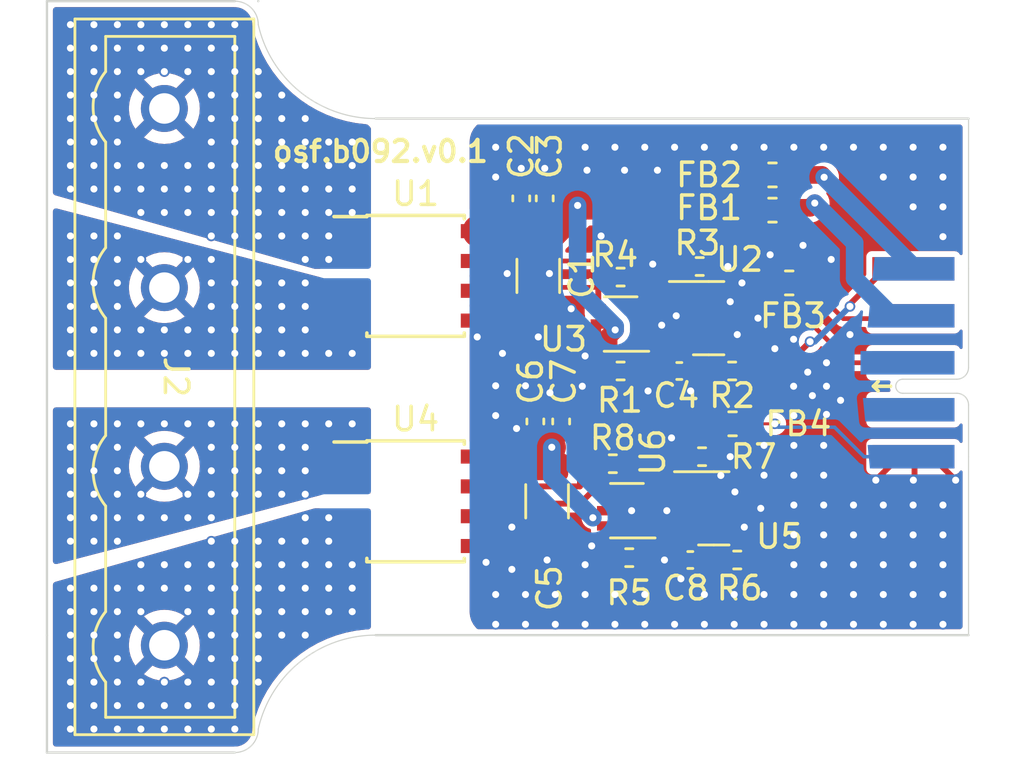
<source format=kicad_pcb>
(kicad_pcb (version 20211014) (generator pcbnew)
  (layers (0 "F.Cu" signal) (31 "B.Cu" signal) (34 "B.Paste" user) (35 "F.Paste" user) (36 "B.SilkS" user "B.Silkscreen") (37 "F.SilkS" user "F.Silkscreen") (38 "B.Mask" user) (39 "F.Mask" user) (44 "Edge.Cuts" user))
  (net 0 "")
  (net 1 "VDDA")
  (net 2 "GND")
  (net 3 "Net-(C4-Pad1)")
  (net 4 "Net-(FB1-Pad2)")
  (net 5 "Net-(FB2-Pad2)")
  (net 6 "/tms1100/vref_amp/VREF_OUT")
  (net 7 "Net-(C8-Pad1)")
  (net 8 "/VREF")
  (net 9 "/tms1101/vref_amp/VREF_OUT")
  (net 10 "/VOUT1")
  (net 11 "/VOUT2")
  (net 12 "/tms1100/vref_amp/ADJ")
  (net 13 "Net-(R4-Pad1)")
  (net 14 "/in+1")
  (net 15 "/in-1")
  (net 16 "/tms1101/vref_amp/ADJ")
  (net 17 "Net-(R8-Pad1)")
  (net 18 "/in+2")
  (net 19 "/in-2")
  (net 20 "/VREF2")
  (footprint "Package_TO_SOT_SMD:SOT-23" (layer "F.Cu") (at 156.4 92.6)
    (fp_text reference "U5")
    (fp_text value "LM4041-N")
  )
  (footprint "Inductor_SMD:L_0603_1608Metric" (layer "F.Cu") (at 158.9 78.4)
    (fp_text reference "FB2")
    (fp_text value "DNP/200")
  )
  (footprint "Resistor_SMD:R_0402_1005Metric" (layer "F.Cu") (at 152.43125 86.75)
    (fp_text reference "R1")
    (fp_text value "1k")
  )
  (footprint "AI-footprints:SOIC-8_5.4" (layer "F.Cu") (at 143.7 92.3)
    (fp_text reference "U4")
    (fp_text value "TMCS1100")
  )
  (footprint "Package_TO_SOT_SMD:SOT-363_SC-70-6" (layer "F.Cu") (at 152.7 92.7 180)
    (fp_text reference "U6")
    (fp_text value "LMV601")
  )
  (footprint "on_edge:on_edge_2x05_device" (layer "F.Cu") (at 167.25 86.4 90)
    (fp_text reference "J1")
    (fp_text value "007_ADC")
    (fp_line (start -4 0) (end -1.8 0) (layer "Edge.Cuts") (width 0.05))
    (fp_line (start -0.7 -0.5) (end -0.7 -2.8) (layer "Edge.Cuts") (width 0.05))
    (fp_line (start -0.2 0) (end 4 0) (layer "Edge.Cuts") (width 0.05))
    (fp_line (start -1.3 -2.8) (end -1.3 -0.5) (layer "Edge.Cuts") (width 0.05))
    (fp_arc (start -1.3 -2.8) (mid -1 -3.1) (end -0.7 -2.8) (layer "Edge.Cuts") (width 0.05))
    (fp_arc (start -0.2 0) (mid -0.553553 -0.146447) (end -0.7 -0.5) (layer "Edge.Cuts") (width 0.05))
    (fp_arc (start -1.3 -0.5) (mid -1.446447 -0.146447) (end -1.8 0) (layer "Edge.Cuts") (width 0.05))
  )
  (footprint "Resistor_SMD:R_0402_1005Metric" (layer "F.Cu") (at 152.43125 82.75 180)
    (fp_text reference "R4")
    (fp_text value "4.7k")
  )
  (footprint "AI-footprints:SOIC-8_5.4" (layer "F.Cu") (at 143.7 82.7)
    (fp_text reference "U1")
    (fp_text value "TMCS1100")
  )
  (footprint "Resistor_SMD:R_0402_1005Metric" (layer "F.Cu") (at 155.9 90.4)
    (fp_text reference "R7")
    (fp_text value "1k")
  )
  (footprint "Capacitor_SMD:C_0402_1005Metric" (layer "F.Cu") (at 148.8 88.9 90)
    (fp_text reference "C6")
    (fp_text value "100nF")
  )
  (footprint "Resistor_SMD:R_0402_1005Metric" (layer "F.Cu") (at 152.8 94.7)
    (fp_text reference "R5")
    (fp_text value "1k")
  )
  (footprint "jabtech_footprints:GMSTBVA_2.5_4-G-7.62" (layer "F.Cu") (at 133 87 -90)
    (fp_text reference "J2")
    (fp_text value "GMSTBVA_2.5_4-G-7.62")
  )
  (footprint "Package_TO_SOT_SMD:SOT-363_SC-70-6" (layer "F.Cu") (at 152.43125 84.75 180)
    (fp_text reference "U3")
    (fp_text value "LMV601")
  )
  (footprint "Capacitor_SMD:C_1206_3216Metric" (layer "F.Cu") (at 149.3 92.3 -90)
    (fp_text reference "C5")
    (fp_text value "10uF")
  )
  (footprint "Capacitor_SMD:C_0402_1005Metric" (layer "F.Cu") (at 149.9 88.9 90)
    (fp_text reference "C7")
    (fp_text value "100nF")
  )
  (footprint "Resistor_SMD:R_0402_1005Metric" (layer "F.Cu") (at 152.1 90.7 180)
    (fp_text reference "R8")
    (fp_text value "4.7k")
  )
  (footprint "Capacitor_SMD:C_0402_1005Metric" (layer "F.Cu") (at 155.4 94.8 180)
    (fp_text reference "C8")
    (fp_text value "100nF")
  )
  (footprint "Capacitor_SMD:C_0402_1005Metric" (layer "F.Cu") (at 148.2 79.4 90)
    (fp_text reference "C2")
    (fp_text value "100nF")
  )
  (footprint "Resistor_SMD:R_0402_1005Metric" (layer "F.Cu") (at 157.18125 86.75)
    (fp_text reference "R2")
    (fp_text value "1M")
  )
  (footprint "Resistor_SMD:R_0402_1005Metric" (layer "F.Cu") (at 155.8 82.3)
    (fp_text reference "R3")
    (fp_text value "1k")
  )
  (footprint "Capacitor_SMD:C_0402_1005Metric" (layer "F.Cu") (at 154.93125 86.75)
    (fp_text reference "C4")
    (fp_text value "100nF")
  )
  (footprint "Capacitor_SMD:C_0402_1005Metric" (layer "F.Cu") (at 149.2 79.4 90)
    (fp_text reference "C3")
    (fp_text value "100nF")
  )
  (footprint "Inductor_SMD:L_0603_1608Metric" (layer "F.Cu") (at 158.9 79.9)
    (fp_text reference "FB1")
    (fp_text value "200R")
  )
  (footprint "Resistor_SMD:R_0402_1005Metric" (layer "F.Cu") (at 157.4 94.8)
    (fp_text reference "R6")
    (fp_text value "1M")
  )
  (footprint "Inductor_SMD:L_0603_1608Metric" (layer "F.Cu") (at 157.2 89)
    (fp_text reference "FB4")
    (fp_text value "DNP/200")
  )
  (footprint "Inductor_SMD:L_0603_1608Metric" (layer "F.Cu") (at 159.6125 83)
    (fp_text reference "FB3")
    (fp_text value "DNP/200")
  )
  (footprint "Capacitor_SMD:C_1206_3216Metric" (layer "F.Cu") (at 148.925 82.7 -90)
    (fp_text reference "C1")
    (fp_text value "10uF")
  )
  (footprint "Package_TO_SOT_SMD:SOT-23" (layer "F.Cu") (at 156.18125 84.5)
    (fp_text reference "U2")
    (fp_text value "LM4041-N")
  )
  (gr_line (start 128 98) (end 128 71) (layer "Edge.Cuts") (width 0.1))
  (gr_line (start 136 103) (end 128 103) (layer "Edge.Cuts") (width 0.1))
  (gr_arc (start 137 102) (mid 136.707107 102.707107) (end 136 103) (layer "Edge.Cuts") (width 0.05))
  (gr_line (start 128 103) (end 128 98) (layer "Edge.Cuts") (width 0.1))
  (gr_arc (start 137 102) (mid 138.798438 99.123047) (end 142 98) (layer "Edge.Cuts") (width 0.05))
  (gr_line (start 137 71) (end 137 71) (layer "Edge.Cuts") (width 0.1))
  (gr_line (start 128 71) (end 136 71) (layer "Edge.Cuts") (width 0.1))
  (gr_arc (start 142 76) (mid 138.798438 74.876953) (end 137 72) (layer "Edge.Cuts") (width 0.05))
  (gr_line (start 167.25 98) (end 142 98) (layer "Edge.Cuts") (width 0.1))
  (gr_line (start 167.25 90.4) (end 167.25 98) (layer "Edge.Cuts") (width 0.05))
  (gr_line (start 142 76) (end 167.25 76) (layer "Edge.Cuts") (width 0.1))
  (gr_arc (start 136 71) (mid 136.707107 71.292893) (end 137 72) (layer "Edge.Cuts") (width 0.05))
  (gr_line (start 167.25 76) (end 167.25 82.4) (layer "Edge.Cuts") (width 0.05))
  (gr_text "osf.b092.v0.1" (at 142.2 77.4) (layer "F.SilkS") (effects (font (size 0.9 0.9) (thickness 0.18))))
  (segment (start 149.2 79.88) (end 149.2 80.95) (width 0.127) (layer "F.Cu") (net 1))
  (segment (start 149.105 90.395) (end 149.5 90) (width 1.2) (layer "F.Cu") (net 1))
  (segment (start 150.7 79.6) (end 150.6 79.7) (width 1.4) (layer "F.Cu") (net 1))
  (segment (start 151.6 93.35) (end 151.75 93.35) (width 0.25) (layer "F.Cu") (net 1))
  (segment (start 151.55 92.7) (end 151.25 93) (width 0.25) (layer "F.Cu") (net 1))
  (segment (start 148.44 80.12) (end 148.2 79.88) (width 0.25) (layer "F.Cu") (net 1))
  (segment (start 146.4 80.795) (end 148.495 80.795) (width 0.25) (layer "F.Cu") (net 1))
  (segment (start 149.5 90) (end 149.4 89.9) (width 1.2) (layer "F.Cu") (net 1))
  (segment (start 151.92125 86.75) (end 151.92125 85.27875) (width 0.75) (layer "F.Cu") (net 1))
  (segment (start 152.2 85) (end 151.8 85.4) (width 0.25) (layer "F.Cu") (net 1))
  (segment (start 151.92125 87.87875) (end 150.42 89.38) (width 0.75) (layer "F.Cu") (net 1))
  (segment (start 148.2 79.88) (end 148.2 80.5) (width 0.25) (layer "F.Cu") (net 1))
  (segment (start 149.505 80.795) (end 146.4 80.795) (width 1.4) (layer "F.Cu") (net 1))
  (segment (start 158.1125 78.4) (end 158.1125 79.1875) (width 0.75) (layer "F.Cu") (net 1))
  (segment (start 151.92125 86.75) (end 151.92125 87.87875) (width 0.75) (layer "F.Cu") (net 1))
  (segment (start 149.2 80.95) (end 148.925 81.225) (width 0.127) (layer "F.Cu") (net 1))
  (segment (start 151.95 84.75) (end 152.2 85) (width 0.25) (layer "F.Cu") (net 1))
  (segment (start 158.1125 79.9) (end 158.1125 78.4) (width 0.127) (layer "F.Cu") (net 1))
  (segment (start 151.48125 85.4) (end 151.48125 84.75) (width 0.25) (layer "F.Cu") (net 1))
  (segment (start 151.48125 84.75) (end 151.95 84.75) (width 0.25) (layer "F.Cu") (net 1))
  (segment (start 152.29 93.89) (end 151.75 93.35) (width 0.25) (layer "F.Cu") (net 1))
  (segment (start 152.29 94.7) (end 152.29 93.89) (width 0.25) (layer "F.Cu") (net 1))
  (segment (start 151.75 92.7) (end 151.55 92.7) (width 0.25) (layer "F.Cu") (net 1))
  (segment (start 151.8 85.4) (end 151.48125 85.4) (width 0.25) (layer "F.Cu") (net 1))
  (segment (start 157.7 79.6) (end 150.7 79.6) (width 1.4) (layer "F.Cu") (net 1))
  (segment (start 149.4 89.9) (end 149.4 89.6) (width 1.2) (layer "F.Cu") (net 1))
  (segment (start 150.42 89.38) (end 149.9 89.38) (width 0.75) (layer "F.Cu") (net 1))
  (segment (start 158.1125 79.1875) (end 157.7 79.6) (width 0.75) (layer "F.Cu") (net 1))
  (segment (start 148.2 80.5) (end 148.925 81.225) (width 0.25) (layer "F.Cu") (net 1))
  (segment (start 151.92125 85.27875) (end 152.2 85) (width 0.75) (layer "F.Cu") (net 1))
  (segment (start 151.25 93) (end 151.6 93.35) (width 0.25) (layer "F.Cu") (net 1))
  (segment (start 150.6 79.7) (end 149.505 80.795) (width 1.4) (layer "F.Cu") (net 1))
  (segment (start 146.7 90.395) (end 149.105 90.395) (width 1.2) (layer "F.Cu") (net 1))
  (segment (start 148.495 80.795) (end 148.925 81.225) (width 0.25) (layer "F.Cu") (net 1))
  (via (at 150.6 79.7) (size 0.45) (drill 0.3) (layers "F.Cu" "B.Cu") (net 1))
  (via (at 152.2 85) (size 0.45) (drill 0.3) (layers "F.Cu" "B.Cu") (net 1))
  (via (at 149.5 90) (size 0.45) (drill 0.3) (layers "F.Cu" "B.Cu") (net 1))
  (via (at 151.25 93) (size 0.45) (drill 0.3) (layers "F.Cu" "B.Cu") (net 1))
  (segment (start 152.2 84.8507) (end 152.2 85) (width 0.75) (layer "B.Cu") (net 1))
  (segment (start 150.6 79.7) (end 150.6 83.2507) (width 0.75) (layer "B.Cu") (net 1))
  (segment (start 150.6 83.2507) (end 152.2 84.8507) (width 0.75) (layer "B.Cu") (net 1))
  (segment (start 149.5 91.25) (end 151.25 93) (width 0.75) (layer "B.Cu") (net 1))
  (segment (start 149.5 90) (end 149.5 91.25) (width 0.75) (layer "B.Cu") (net 1))
  (segment (start 157.3375 93.0375) (end 157.7 93.4) (width 0.25) (layer "F.Cu") (net 2))
  (segment (start 164.95 91.35) (end 164.9 91.4) (width 0.25) (layer "F.Cu") (net 2))
  (segment (start 153.43125 84.8) (end 153.38125 84.75) (width 0.2) (layer "F.Cu") (net 2))
  (segment (start 148.495 84.605) (end 148.925 84.175) (width 0.75) (layer "F.Cu") (net 2))
  (segment (start 164.3 90.4) (end 163.3 91.4) (width 0.25) (layer "F.Cu") (net 2))
  (segment (start 148.925 84.175) (end 148.925 85.3) (width 0.2) (layer "F.Cu") (net 2))
  (segment (start 149.42 88.42) (end 149.9 88.42) (width 0.75) (layer "F.Cu") (net 2))
  (segment (start 157.3375 92.6) (end 157.3375 91.9375) (width 0.25) (layer "F.Cu") (net 2))
  (segment (start 157.11875 83.81875) (end 157.1 83.8) (width 0.2) (layer "F.Cu") (net 2))
  (segment (start 164.95 90.4) (end 164.95 91.35) (width 0.25) (layer "F.Cu") (net 2))
  (segment (start 150.25 84.175) (end 150.325 84.1) (width 0.2) (layer "F.Cu") (net 2))
  (segment (start 149.5 87.6) (end 149.42 87.68) (width 0.75) (layer "F.Cu") (net 2))
  (segment (start 157.11875 84.5) (end 157.11875 84.91875) (width 0.2) (layer "F.Cu") (net 2))
  (segment (start 156.41 90.4) (end 157.1 90.4) (width 0.25) (layer "F.Cu") (net 2))
  (segment (start 156.41 90.4) (end 156.41 90.91) (width 0.25) (layer "F.Cu") (net 2))
  (segment (start 146.7 94.205) (end 146.7 94.9) (width 0.25) (layer "F.Cu") (net 2))
  (segment (start 154.92 94.8) (end 154.3 94.8) (width 0.25) (layer "F.Cu") (net 2))
  (segment (start 157.3375 91.9375) (end 157.3 91.9) (width 0.25) (layer "F.Cu") (net 2))
  (segment (start 149.3 93.775) (end 149.3 94.8) (width 0.25) (layer "F.Cu") (net 2))
  (segment (start 146.325 84.68) (end 146.4 84.605) (width 0.2) (layer "F.Cu") (net 2))
  (segment (start 157.3375 92.6) (end 158.4 92.6) (width 0.25) (layer "F.Cu") (net 2))
  (segment (start 146.325 85.3) (end 146.325 84.68) (width 0.2) (layer "F.Cu") (net 2))
  (segment (start 149.2 78.12) (end 149.2 78.92) (width 0.25) (layer "F.Cu") (net 2))
  (segment (start 157.3375 92.6) (end 157.3375 93.0375) (width 0.25) (layer "F.Cu") (net 2))
  (segment (start 157 82.3) (end 156.31 82.3) (width 0.25) (layer "F.Cu") (net 2))
  (segment (start 149.42 87.68) (end 149.42 88.42) (width 0.75) (layer "F.Cu") (net 2))
  (segment (start 153.65 92.7) (end 154.4 92.7) (width 0.25) (layer "F.Cu") (net 2))
  (segment (start 154.18125 84.8) (end 153.43125 84.8) (width 0.2) (layer "F.Cu") (net 2))
  (segment (start 148.8 88.42) (end 149.42 88.42) (width 0.75) (layer "F.Cu") (net 2))
  (segment (start 165.7 90.4) (end 166.7 91.4) (width 0.25) (layer "F.Cu") (net 2))
  (segment (start 156.41 90.91) (end 156.7 91.2) (width 0.25) (layer "F.Cu") (net 2))
  (segment (start 146.4 84.605) (end 148.495 84.605) (width 0.75) (layer "F.Cu") (net 2))
  (segment (start 148.925 84.175) (end 150.25 84.175) (width 0.2) (layer "F.Cu") (net 2))
  (segment (start 155.41125 86.691751) (end 155.41125 87.6) (width 0.25) (layer "F.Cu") (net 2))
  (segment (start 153.65 92.7) (end 152.9 92.7) (width 0.25) (layer "F.Cu") (net 2))
  (segment (start 157.11875 84.5) (end 157.11875 83.81875) (width 0.2) (layer "F.Cu") (net 2))
  (segment (start 164.95 90.4) (end 165.7 90.4) (width 0.25) (layer "F.Cu") (net 2))
  (segment (start 158.28125 84.5) (end 157.11875 84.5) (width 0.2) (layer "F.Cu") (net 2))
  (segment (start 157.11875 84.91875) (end 157.4 85.2) (width 0.2) (layer "F.Cu") (net 2))
  (segment (start 149.3 93.775) (end 148.87 94.205) (width 0.25) (layer "F.Cu") (net 2))
  (segment (start 164.95 90.4) (end 164.3 90.4) (width 0.25) (layer "F.Cu") (net 2))
  (segment (start 148.87 94.205) (end 146.7 94.205) (width 0.25) (layer "F.Cu") (net 2))
  (segment (start 148.2 78.92) (end 148.2 78.12) (width 0.25) (layer "F.Cu") (net 2))
  (segment (start 154.92 94.8) (end 154.92 95.52) (width 0.25) (layer "F.Cu") (net 2))
  (segment (start 154.92 95.52) (end 155 95.6) (width 0.25) (layer "F.Cu") (net 2))
  (via (at 147.4 86) (size 0.45) (drill 0.3) (layers "F.Cu" "B.Cu") (net 2))
  (via (at 147.11 87.38) (size 0.45) (drill 0.3) (layers "F.Cu" "B.Cu") (net 2))
  (via (at 159.8 85.4) (size 0.45) (drill 0.3) (layers "F.Cu" "B.Cu") (net 2))
  (via (at 152.6 78.2) (size 0.45) (drill 0.3) (layers "F.Cu" "B.Cu") (net 2))
  (via (at 158.54 91.19) (size 0.45) (drill 0.3) (layers "F.Cu" "B.Cu") (net 2))
  (via (at 147.11 88.65) (size 0.45) (drill 0.3) (layers "F.Cu" "B.Cu") (net 2))
  (via (at 157 82.3) (size 0.45) (drill 0.3) (layers "F.Cu" "B.Cu") (net 2))
  (via (at 157.7 93.4) (size 0.45) (drill 0.3) (layers "F.Cu" "B.Cu") (net 2))
  (via (at 159.81 88.65) (size 0.45) (drill 0.3) (layers "F.Cu" "B.Cu") (net 2))
  (via (at 154.3 94.8) (size 0.45) (drill 0.3) (layers "F.Cu" "B.Cu") (net 2))
  (via (at 147.11 96.27) (size 0.45) (drill 0.3) (layers "F.Cu" "B.Cu") (net 2))
  (via (at 164.89 96.27) (size 0.45) (drill 0.3) (layers "F.Cu" "B.Cu") (net 2))
  (via (at 166.16 93.73) (size 0.45) (drill 0.3) (layers "F.Cu" "B.Cu") (net 2))
  (via (at 158.54 77.22) (size 0.45) (drill 0.3) (layers "F.Cu" "B.Cu") (net 2))
  (via (at 147.8 95.2) (size 0.45) (drill 0.3) (layers "F.Cu" "B.Cu") (net 2))
  (via (at 150.92 86.11) (size 0.45) (drill 0.3) (layers "F.Cu" "B.Cu") (net 2))
  (via (at 158.54 97.54) (size 0.45) (drill 0.3) (layers "F.Cu" "B.Cu") (net 2))
  (via (at 155 95.6) (size 0.45) (drill 0.3) (layers "F.Cu" "B.Cu") (net 2))
  (via (at 159.81 95) (size 0.45) (drill 0.3) (layers "F.Cu" "B.Cu") (net 2))
  (via (at 161.08 89.92) (size 0.45) (drill 0.3) (layers "F.Cu" "B.Cu") (net 2))
  (via (at 149.4 82.6) (size 0.45) (drill 0.3) (layers "F.Cu" "B.Cu") (net 2))
  (via (at 166.16 78.49) (size 0.45) (drill 0.3) (layers "F.Cu" "B.Cu") (net 2))
  (via (at 157.1 90.4) (size 0.45) (drill 0.3) (layers "F.Cu" "B.Cu") (net 2))
  (via (at 160.6 87.8) (size 0.45) (drill 0.3) (layers "F.Cu" "B.Cu") (net 2))
  (via (at 161.2 87.4) (size 0.45) (drill 0.3) (layers "F.Cu" "B.Cu") (net 2))
  (via (at 158.54 96.27) (size 0.45) (drill 0.3) (layers "F.Cu" "B.Cu") (net 2))
  (via (at 157.4 85.2) (size 0.45) (drill 0.3) (layers "F.Cu" "B.Cu") (net 2))
  (via (at 159.8 87.4) (size 0.45) (drill 0.3) (layers "F.Cu" "B.Cu") (net 2))
  (via (at 148 89.2) (size 0.45) (drill 0.3) (layers "F.Cu" "B.Cu") (net 2))
  (via (at 158.8 81.8) (size 0.45) (drill 0.3) (layers "F.Cu" "B.Cu") (net 2))
  (via (at 156 96.27) (size 0.45) (drill 0.3) (layers "F.Cu" "B.Cu") (net 2))
  (via (at 166.16 81.03) (size 0.45) (drill 0.3) (layers "F.Cu" "B.Cu") (net 2))
  (via (at 163.62 77.22) (size 0.45) (drill 0.3) (layers "F.Cu" "B.Cu") (net 2))
  (via (at 166.16 92.46) (size 0.45) (drill 0.3) (layers "F.Cu" "B.Cu") (net 2))
  (via (at 159.81 96.27) (size 0.45) (drill 0.3) (layers "F.Cu" "B.Cu") (net 2))
  (via (at 147.11 97.54) (size 0.45) (drill 0.3) (layers "F.Cu" "B.Cu") (net 2))
  (via (at 166.16 95) (size 0.45) (drill 0.3) (layers "F.Cu" "B.Cu") (net 2))
  (via (at 153.8 82.2) (size 0.45) (drill 0.3) (layers "F.Cu" "B.Cu") (net 2))
  (via (at 152.19 96.27) (size 0.45) (drill 0.3) (layers "F.Cu" "B.Cu") (net 2))
  (via (at 149.65 97.54) (size 0.45) (drill 0.3) (layers "F.Cu" "B.Cu") (net 2))
  (via (at 154.73 97.54) (size 0.45) (drill 0.3) (layers "F.Cu" "B.Cu") (net 2))
  (via (at 151.2 94.2) (size 0.45) (drill 0.3) (layers "F.Cu" "B.Cu") (net 2))
  (via (at 164.89 78.49) (size 0.45) (drill 0.3) (layers "F.Cu" "B.Cu") (net 2))
  (via (at 157.1 83.8) (size 0.45) (drill 0.3) (layers "F.Cu" "B.Cu") (net 2))
  (via (at 150.325 84.1) (size 0.45) (drill 0.3) (layers "F.Cu" "B.Cu") (net 2))
  (via (at 159.81 92.46) (size 0.45) (drill 0.3) (layers "F.Cu" "B.Cu") (net 2))
  (via (at 157.27 96.27) (size 0.45) (drill 0.3) (layers "F.Cu" "B.Cu") (net 2))
  (via (at 147.6 82.6) (size 0.45) (drill 0.3) (layers "F.Cu" "B.Cu") (net 2))
  (via (at 158.54 89.92) (size 0.45) (drill 0.3) (layers "F.Cu" "B.Cu") (net 2))
  (via (at 161.08 77.22) (size 0.45) (drill 0.3) (layers "F.Cu" "B.Cu") (net 2))
  (via (at 162.35 77.22) (size 0.45) (drill 0.3) (layers "F.Cu" "B.Cu") (net 2))
  (via (at 161.8 88) (size 0.45) (drill 0.3) (layers "F.Cu" "B.Cu") (net 2))
  (via (at 160.2 81.4) (size 0.45) (drill 0.3) (layers "F.Cu" "B.Cu") (net 2))
  (via (at 159.81 97.54) (size 0.45) (drill 0.3) (layers "F.Cu" "B.Cu") (net 2))
  (via (at 153.6 87.6) (size 0.45) (drill 0.3) (layers "F.Cu" "B.Cu") (net 2))
  (via (at 164.89 93.73) (size 0.45) (drill 0.3) (layers "F.Cu" "B.Cu") (net 2))
  (via (at 148.38 87.38) (size 0.45) (drill 0.3) (layers "F.Cu" "B.Cu") (net 2))
  (via (at 161.2 86.4) (size 0.45) (drill 0.3) (layers "F.Cu" "B.Cu") (net 2))
  (via (at 151.6 81) (size 0.45) (drill 0.3) (layers "F.Cu" "B.Cu") (net 2))
  (via (at 156 97.54) (size 0.45) (drill 0.3) (layers "F.Cu" "B.Cu") (net 2))
  (via (at 149.2 78.12) (size 0.45) (drill 0.3) (layers "F.Cu" "B.Cu") (net 2))
  (via (at 147.11 77.22) (size 0.45) (drill 0.3) (layers "F.Cu" "B.Cu") (net 2))
  (via (at 164.89 97.54) (size 0.45) (drill 0.3) (layers "F.Cu" "B.Cu") (net 2))
  (via (at 159.81 77.22) (size 0.45) (drill 0.3) (layers "F.Cu" "B.Cu") (net 2))
  (via (at 149.42 87.68) (size 0.45) (drill 0.3) (layers "F.Cu" "B.Cu") (net 2))
  (via (at 159.81 91.19) (size 0.45) (drill 0.3) (layers "F.Cu" "B.Cu") (net 2))
  (via (at 161.4 82) (size 0.45) (drill 0.3) (layers "F.Cu" "B.Cu") (net 2))
  (via (at 154.4 92.7) (size 0.45) (drill 0.3) (layers "F.Cu" "B.Cu") (net 2))
  (via (at 153.46 96.27) (size 0.45) (drill 0.3) (layers "F.Cu" "B.Cu") (net 2))
  (via (at 146.325 85.3) (size 0.45) (drill 0.3) (layers "F.Cu" "B.Cu") (net 2))
  (via (at 148.2 78.12) (size 0.45) (drill 0.3) (layers "F.Cu" "B.Cu") (net 2))
  (via (at 146.7 94.9) (size 0.45) (drill 0.3) (layers "F.Cu" "B.Cu") (net 2))
  (via (at 164.89 92.46) (size 0.45) (drill 0.3) (layers "F.Cu" "B.Cu") (net 2))
  (via (at 154 78.2) (size 0.45) (drill 0.3) (layers "F.Cu" "B.Cu") (net 2))
  (via (at 164.9 91.4) (size 0.45) (drill 0.3) (layers "F.Cu" "B.Cu") (net 2))
  (via (at 163.62 97.54) (size 0.45) (drill 0.3) (layers "F.Cu" "B.Cu") (net 2))
  (via (at 154.73 77.22) (size 0.45) (drill 0.3) (layers "F.Cu" "B.Cu") (net 2))
  (via (at 159.81 89.92) (size 0.45) (drill 0.3) (layers "F.Cu" "B.Cu") (net 2))
  (via (at 154.18125 84.8) (size 0.45) (drill 0.3) (layers "F.Cu" "B.Cu") (net 2))
  (via (at 164.89 79.76) (size 0.45) (drill 0.3) (layers "F.Cu" "B.Cu") (net 2))
  (via (at 150.92 97.54) (size 0.45) (drill 0.3) (layers "F.Cu" "B.Cu") (net 2))
  (via (at 162.35 96.27) (size 0.45) (drill 0.3) (layers "F.Cu" "B.Cu") (net 2))
  (via (at 148.38 97.54) (size 0.45) (drill 0.3) (layers "F.Cu" "B.Cu") (net 2))
  (via (at 161.08 96.27) (size 0.45) (drill 0.3) (layers "F.Cu" "B.Cu") (net 2))
  (via (at 147.8 93.4) (size 0.45) (drill 0.3) (layers "F.Cu" "B.Cu") (net 2))
  (via (at 162.2 85.2) (size 0.45) (drill 0.3) (layers "F.Cu" "B.Cu") (net 2))
  (via (at 166.16 96.27) (size 0.45) (drill 0.3) (layers "F.Cu" "B.Cu") (net 2))
  (via (at 158.28125 84.5) (size 0.45) (drill 0.3) (layers "F.Cu" "B.Cu") (net 2))
  (via (at 157.27 77.22) (size 0.45) (drill 0.3) (layers "F.Cu" "B.Cu") (net 2))
  (via (at 160.4 86.8) (size 0.45) (drill 0.3) (layers "F.Cu" "B.Cu") (net 2))
  (via (at 164.89 77.22) (size 0.45) (drill 0.3) (layers "F.Cu" "B.Cu") (net 2))
  (via (at 157.6 83) (size 0.45) (drill 0.3) (layers "F.Cu" "B.Cu") (net 2))
  (via (at 148.925 85.3) (size 0.45) (drill 0.3) (layers "F.Cu" "B.Cu") (net 2))
  (via (at 156.7 91.2) (size 0.45) (drill 0.3) (layers "F.Cu" "B.Cu") (net 2))
  (via (at 159 85.8) (size 0.45) (drill 0.3) (layers "F.Cu" "B.Cu") (net 2))
  (via (at 158.4 92.6) (size 0.45) (drill 0.3) (layers "F.Cu" "B.Cu") (net 2))
  (via (at 166.16 77.22) (size 0.45) (drill 0.3) (layers "F.Cu" "B.Cu") (net 2))
  (via (at 155.41125 87.6) (size 0.45) (drill 0.3) (layers "F.Cu" "B.Cu") (net 2))
  (via (at 147.11 78.49) (size 0.45) (drill 0.3) (layers "F.Cu" "B.Cu") (net 2))
  (via (at 166.16 97.54) (size 0.45) (drill 0.3) (layers "F.Cu" "B.Cu") (net 2))
  (via (at 157.3 91.9) (size 0.45) (drill 0.3) (layers "F.Cu" "B.Cu") (net 2))
  (via (at 163.62 96.27) (size 0.45) (drill 0.3) (layers "F.Cu" "B.Cu") (net 2))
  (via (at 161.08 93.73) (size 0.45) (drill 0.3) (layers "F.Cu" "B.Cu") (net 2))
  (via (at 162.35 93.73) (size 0.45) (drill 0.3) (layers "F.Cu" "B.Cu") (net 2))
  (via (at 156 77.22) (size 0.45) (drill 0.3) (layers "F.Cu" "B.Cu") (net 2))
  (via (at 163.62 93.73) (size 0.45) (drill 0.3) (layers "F.Cu" "B.Cu") (net 2))
  (via (at 161.08 97.54) (size 0.45) (drill 0.3) (layers "F.Cu" "B.Cu") (net 2))
  (via (at 154.6 89.6) (size 0.45) (drill 0.3) (layers "F.Cu" "B.Cu") (net 2))
  (via (at 150.8 87.4) (size 0.45) (drill 0.3) (layers "F.Cu" "B.Cu") (net 2))
  (via (at 148.38 96.27) (size 0.45) (drill 0.3) (layers "F.Cu" "B.Cu") (net 2))
  (via (at 154.8 84.4) (size 0.45) (drill 0.3) (layers "F.Cu" "B.Cu") (net 2))
  (via (at 161.08 95) (size 0.45) (drill 0.3) (layers "F.Cu" "B.Cu") (net 2))
  (via (at 163.62 78.49) (size 0.45) (drill 0.3) (layers "F.Cu" "B.Cu") (net 2))
  (via (at 150.92 96.27) (size 0.45) (drill 0.3) (layers "F.Cu" "B.Cu") (net 2))
  (via (at 149.65 96.27) (size 0.45) (drill 0.3) (layers "F.Cu" "B.Cu") (net 2))
  (via (at 152.19 97.54) (size 0.45) (drill 0.3) (layers "F.Cu" "B.Cu") (net 2))
  (via (at 166.7 91.4) (size 0.45) (drill 0.3) (layers "F.Cu" "B.Cu") (net 2))
  (via (at 153.46 77.22) (size 0.45) (drill 0.3) (layers "F.Cu" "B.Cu") (net 2))
  (via (at 161.08 92.46) (size 0.45) (drill 0.3) (layers "F.Cu" "B.Cu") (net 2))
  (via (at 161.08 91.19) (size 0.45) (drill 0.3) (layers "F.Cu" "B.Cu") (net 2))
  (via (at 163.62 95) (size 0.45) (drill 0.3) (layers "F.Cu" "B.Cu") (net 2))
  (via (at 162.35 97.54) (size 0.45) (drill 0.3) (layers "F.Cu" "B.Cu") (net 2))
  (via (at 163.62 92.46) (size 0.45) (drill 0.3) (layers "F.Cu" "B.Cu") (net 2))
  (via (at 162.35 92.46) (size 0.45) (drill 0.3) (layers "F.Cu" "B.Cu") (net 2))
  (via (at 152.19 77.22) (size 0.45) (drill 0.3) (layers "F.Cu" "B.Cu") (net 2))
  (via (at 162.35 95) (size 0.45) (drill 0.3) (layers "F.Cu" "B.Cu") (net 2))
  (via (at 149.3 94.8) (size 0.45) (drill 0.3) (layers "F.Cu" "B.Cu") (net 2))
  (via (at 152.9 92.7) (size 0.45) (drill 0.3) (layers "F.Cu" "B.Cu") (net 2))
  (via (at 159.81 93.73) (size 0.45) (drill 0.3) (layers "F.Cu" "B.Cu") (net 2))
  (via (at 153.46 97.54) (size 0.45) (drill 0.3) (layers "F.Cu" "B.Cu") (net 2))
  (via (at 161.2 88.6) (size 0.45) (drill 0.3) (layers "F.Cu" "B.Cu") (net 2))
  (via (at 164.89 95) (size 0.45) (drill 0.3) (layers "F.Cu" "B.Cu") (net 2))
  (via (at 166.16 79.76) (size 0.45) (drill 0.3) (layers "F.Cu" "B.Cu") (net 2))
  (via (at 151 78.2) (size 0.45) (drill 0.3) (layers "F.Cu" "B.Cu") (net 2))
  (via (at 163.3 91.4) (size 0.45) (drill 0.3) (layers "F.Cu" "B.Cu") (net 2))
  (via (at 150.92 77.22) (size 0.45) (drill 0.3) (layers "F.Cu" "B.Cu") (net 2))
  (via (at 157.27 97.54) (size 0.45) (drill 0.3) (layers "F.Cu" "B.Cu") (net 2))
  (via (at 150.92 95) (size 0.45) (drill 0.3) (layers "F.Cu" "B.Cu") (net 2))
  (segment (start 154.45125 86.2425) (end 154.45125 86.75) (width 0.25) (layer "F.Cu") (net 3))
  (segment (start 152.94125 86.75) (end 153.75 86.75) (width 0.25) (layer "F.Cu") (net 3))
  (segment (start 153.38125 86.38125) (end 153.75 86.75) (width 0.25) (layer "F.Cu") (net 3))
  (segment (start 155.24375 85.45) (end 155.37125 85.45) (width 0.25) (layer "F.Cu") (net 3))
  (segment (start 153.75 86.75) (end 154.45125 86.75) (width 0.25) (layer "F.Cu") (net 3))
  (segment (start 153.38125 85.4) (end 153.38125 86.31) (width 0.25) (layer "F.Cu") (net 3))
  (segment (start 153.38125 86.31) (end 152.94125 86.75) (width 0.25) (layer "F.Cu") (net 3))
  (segment (start 155.24375 85.45) (end 154.45125 86.2425) (width 0.25) (layer "F.Cu") (net 3))
  (segment (start 153.38125 85.4) (end 153.38125 86.38125) (width 0.25) (layer "F.Cu") (net 3))
  (segment (start 155.37125 85.45) (end 156.67125 86.75) (width 0.25) (layer "F.Cu") (net 3))
  (segment (start 159.6 79.8) (end 160.5 79.8) (width 0.75) (layer "F.Cu") (net 4))
  (segment (start 160.5 79.8) (end 160.7 79.6) (width 0.75) (layer "F.Cu") (net 4))
  (via (at 160.7 79.6) (size 0.45) (drill 0.3) (layers "F.Cu" "B.Cu") (net 4))
  (segment (start 162.4 81.3) (end 160.7 79.6) (width 0.75) (layer "B.Cu") (net 4))
  (segment (start 162.4 82.80761) (end 162.4 81.3) (width 0.75) (layer "B.Cu") (net 4))
  (segment (start 164.9 84.4) (end 163.99239 84.4) (width 0.75) (layer "B.Cu") (net 4))
  (segment (start 163.99239 84.4) (end 162.4 82.80761) (width 0.75) (layer "B.Cu") (net 4))
  (segment (start 161.1 78.5) (end 161 78.4) (width 0.75) (layer "F.Cu") (net 5))
  (segment (start 161 78.4) (end 159.6875 78.4) (width 0.75) (layer "F.Cu") (net 5))
  (via (at 161.1 78.5) (size 0.45) (drill 0.3) (layers "F.Cu" "B.Cu") (net 5))
  (segment (start 161.1 78.5) (end 165 82.4) (width 0.75) (layer "B.Cu") (net 5))
  (segment (start 146.4 83.335) (end 146.545 83.19) (width 0.2) (layer "F.Cu") (net 6))
  (segment (start 146.545 83.19) (end 151.48125 83.19) (width 0.2) (layer "F.Cu") (net 6))
  (segment (start 157.2175 81.605) (end 158.6125 83) (width 0.25) (layer "F.Cu") (net 6))
  (segment (start 151.48125 83.19) (end 151.92125 82.75) (width 0.25) (layer "F.Cu") (net 6))
  (segment (start 153.06625 81.605) (end 157.2175 81.605) (width 0.25) (layer "F.Cu") (net 6))
  (segment (start 151.48125 84.1) (end 151.48125 83.19) (width 0.25) (layer "F.Cu") (net 6))
  (segment (start 151.92125 82.75) (end 153.06625 81.605) (width 0.25) (layer "F.Cu") (net 6))
  (segment (start 155.88 94.8) (end 156.89 94.8) (width 0.25) (layer "F.Cu") (net 7))
  (segment (start 155.4625 93.55) (end 153.85 93.55) (width 0.25) (layer "F.Cu") (net 7))
  (segment (start 155.88 94.8) (end 155.88 93.9675) (width 0.25) (layer "F.Cu") (net 7))
  (segment (start 153.65 94.36) (end 153.31 94.7) (width 0.25) (layer "F.Cu") (net 7))
  (segment (start 153.85 93.55) (end 153.65 93.35) (width 0.25) (layer "F.Cu") (net 7))
  (segment (start 155.88 93.9675) (end 155.4625 93.55) (width 0.25) (layer "F.Cu") (net 7))
  (segment (start 153.65 93.35) (end 153.65 94.36) (width 0.25) (layer "F.Cu") (net 7))
  (segment (start 164.78 84.52) (end 164.9 84.4) (width 0.2) (layer "F.Cu") (net 8))
  (segment (start 160.4 83) (end 161.92 84.52) (width 0.2) (layer "F.Cu") (net 8))
  (segment (start 161.92 84.52) (end 164.78 84.52) (width 0.2) (layer "F.Cu") (net 8))
  (segment (start 147.71 92.4) (end 150.7 92.4) (width 0.25) (layer "F.Cu") (net 9))
  (segment (start 151.59 91.51) (end 151.59 91.29) (width 0.25) (layer "F.Cu") (net 9))
  (segment (start 151.59 91.29) (end 151.59 91.89) (width 0.25) (layer "F.Cu") (net 9))
  (segment (start 146.7 92.935) (end 147.175 92.935) (width 0.25) (layer "F.Cu") (net 9))
  (segment (start 150.7 92.4) (end 151.59 91.51) (width 0.25) (layer "F.Cu") (net 9))
  (segment (start 151.59 91.89) (end 151.75 92.05) (width 0.25) (layer "F.Cu") (net 9))
  (segment (start 151.59 90.7) (end 153.29 89) (width 0.25) (layer "F.Cu") (net 9))
  (segment (start 151.59 90.7) (end 151.59 91.89) (width 0.25) (layer "F.Cu") (net 9))
  (segment (start 151.59 90.7) (end 151.59 91.51) (width 0.25) (layer "F.Cu") (net 9))
  (segment (start 147.175 92.935) (end 147.71 92.4) (width 0.25) (layer "F.Cu") (net 9))
  (segment (start 153.29 89) (end 156.4125 89) (width 0.25) (layer "F.Cu") (net 9))
  (segment (start 146.4 82.065) (end 151.335 82.065) (width 0.2) (layer "F.Cu") (net 10))
  (segment (start 159.6 81.9) (end 159.6 83.78556) (width 0.2) (layer "F.Cu") (net 10))
  (segment (start 151.335 82.065) (end 152.5 80.9) (width 0.2) (layer "F.Cu") (net 10))
  (segment (start 158.6 80.9) (end 159.6 81.9) (width 0.2) (layer "F.Cu") (net 10))
  (segment (start 152.5 80.9) (end 158.6 80.9) (width 0.2) (layer "F.Cu") (net 10))
  (segment (start 162.21444 86.4) (end 164.95 86.4) (width 0.2) (layer "F.Cu") (net 10))
  (segment (start 159.6 83.78556) (end 162.21444 86.4) (width 0.2) (layer "F.Cu") (net 10))
  (segment (start 162.2 83.9) (end 163.7 82.4) (width 0.25) (layer "F.Cu") (net 11))
  (segment (start 157.855 88.145) (end 153.055 88.145) (width 0.25) (layer "F.Cu") (net 11))
  (segment (start 153.055 88.145) (end 150.7 90.5) (width 0.25) (layer "F.Cu") (net 11))
  (segment (start 162.2 84) (end 162.2 83.9) (width 0.25) (layer "F.Cu") (net 11))
  (segment (start 150.7 90.5) (end 150.7 91.665) (width 0.25) (layer "F.Cu") (net 11))
  (segment (start 150.7 91.665) (end 146.7 91.665) (width 0.25) (layer "F.Cu") (net 11))
  (segment (start 163.7 82.4) (end 164.95 82.4) (width 0.25) (layer "F.Cu") (net 11))
  (segment (start 160.5 85.5) (end 157.855 88.145) (width 0.25) (layer "F.Cu") (net 11))
  (via (at 160.5 85.5) (size 0.45) (drill 0.3) (layers "F.Cu" "B.Cu") (net 11))
  (via (at 162.2 84) (size 0.45) (drill 0.3) (layers "F.Cu" "B.Cu") (net 11))
  (segment (start 160.5 85.5) (end 160.7 85.5) (width 0.25) (layer "B.Cu") (net 11))
  (segment (start 160.7 85.5) (end 162.2 84) (width 0.25) (layer "B.Cu") (net 11))
  (segment (start 155.24375 84.034251) (end 157.69125 86.481751) (width 0.25) (layer "F.Cu") (net 12))
  (segment (start 155.29 82.3) (end 155.29 83.50375) (width 0.25) (layer "F.Cu") (net 12))
  (segment (start 155.29 83.50375) (end 155.24375 83.55) (width 0.25) (layer "F.Cu") (net 12))
  (segment (start 155.24375 83.55) (end 155.24375 84.034251) (width 0.25) (layer "F.Cu") (net 12))
  (segment (start 157.69125 86.481751) (end 157.69125 86.75) (width 0.25) (layer "F.Cu") (net 12))
  (segment (start 153.38125 84.1) (end 153.38125 83.19) (width 0.25) (layer "F.Cu") (net 13))
  (segment (start 153.38125 83.19) (end 152.94125 82.75) (width 0.25) (layer "F.Cu") (net 13))
  (via (at 137 79) (size 0.45) (drill 0.3) (layers "F.Cu" "B.Cu") (net 14))
  (via (at 129 76) (size 0.45) (drill 0.3) (layers "F.Cu" "B.Cu") (net 14))
  (via (at 135 74) (size 0.45) (drill 0.3) (layers "F.Cu" "B.Cu") (net 14))
  (via (at 136 75) (size 0.45) (drill 0.3) (layers "F.Cu" "B.Cu") (net 14))
  (via (at 131 75) (size 0.45) (drill 0.3) (layers "F.Cu" "B.Cu") (net 14))
  (via (at 135 78) (size 0.45) (drill 0.3) (layers "F.Cu" "B.Cu") (net 14))
  (via (at 135 72) (size 0.45) (drill 0.3) (layers "F.Cu" "B.Cu") (net 14))
  (via (at 129 73) (size 0.45) (drill 0.3) (layers "F.Cu" "B.Cu") (net 14))
  (via (at 132 73) (size 0.45) (drill 0.3) (layers "F.Cu" "B.Cu") (net 14))
  (via (at 135 73) (size 0.45) (drill 0.3) (layers "F.Cu" "B.Cu") (net 14))
  (via (at 130 74) (size 0.45) (drill 0.3) (layers "F.Cu" "B.Cu") (net 14))
  (via (at 132 80) (size 0.45) (drill 0.3) (layers "F.Cu" "B.Cu") (net 14))
  (via (at 130 73) (size 0.45) (drill 0.3) (layers "F.Cu" "B.Cu") (net 14))
  (via (at 134 80) (size 0.45) (drill 0.3) (layers "F.Cu" "B.Cu") (net 14))
  (via (at 130 76) (size 0.45) (drill 0.3) (layers "F.Cu" "B.Cu") (net 14))
  (via (at 129 77) (size 0.45) (drill 0.3) (layers "F.Cu" "B.Cu") (net 14))
  (via (at 130 79) (size 0.45) (drill 0.3) (layers "F.Cu" "B.Cu") (net 14))
  (via (at 137 75) (size 0.45) (drill 0.3) (layers "F.Cu" "B.Cu") (net 14))
  (via (at 129 72) (size 0.45) (drill 0.3) (layers "F.Cu" "B.Cu") (net 14))
  (via (at 130 77) (size 0.45) (drill 0.3) (layers "F.Cu" "B.Cu") (net 14))
  (via (at 136 73) (size 0.45) (drill 0.3) (layers "F.Cu" "B.Cu") (net 14))
  (via (at 131 76) (size 0.45) (drill 0.3) (layers "F.Cu" "B.Cu") (net 14))
  (via (at 131 74) (size 0.45) (drill 0.3) (layers "F.Cu" "B.Cu") (net 14))
  (via (at 134 79) (size 0.45) (drill 0.3) (layers "F.Cu" "B.Cu") (net 14))
  (via (at 129 79) (size 0.45) (drill 0.3) (layers "F.Cu" "B.Cu") (net 14))
  (via (at 133 73) (size 0.45) (drill 0.3) (layers "F.Cu" "B.Cu") (net 14))
  (via (at 141 77) (size 0.45) (drill 0.3) (layers "F.Cu" "B.Cu") (net 14))
  (via (at 138 75) (size 0.45) (drill 0.3) (layers "F.Cu" "B.Cu") (net 14))
  (via (at 134 72) (size 0.45) (drill 0.3) (layers "F.Cu" "B.Cu") (net 14))
  (via (at 135 76) (size 0.45) (drill 0.3) (layers "F.Cu" "B.Cu") (net 14))
  (via (at 137 76) (size 0.45) (drill 0.3) (layers "F.Cu" "B.Cu") (net 14))
  (via (at 135 80) (size 0.45) (drill 0.3) (layers "F.Cu" "B.Cu") (net 14))
  (via (at 137 74) (size 0.45) (drill 0.3) (layers "F.Cu" "B.Cu") (net 14))
  (via (at 131 73) (size 0.45) (drill 0.3) (layers "F.Cu" "B.Cu") (net 14))
  (via (at 139 80) (size 0.45) (drill 0.3) (layers "F.Cu" "B.Cu") (net 14))
  (via (at 133 79) (size 0.45) (drill 0.3) (layers "F.Cu" "B.Cu") (net 14))
  (via (at 140 82) (size 0.45) (drill 0.3) (layers "F.Cu" "B.Cu") (net 14))
  (via (at 138 76) (size 0.45) (drill 0.3) (layers "F.Cu" "B.Cu") (net 14))
  (via (at 129 75) (size 0.45) (drill 0.3) (layers "F.Cu" "B.Cu") (net 14))
  (via (at 136 77) (size 0.45) (drill 0.3) (layers "F.Cu" "B.Cu") (net 14))
  (via (at 132 72) (size 0.45) (drill 0.3) (layers "F.Cu" "B.Cu") (net 14))
  (via (at 139 77) (size 0.45) (drill 0.3) (layers "F.Cu" "B.Cu") (net 14))
  (via (at 133 72) (size 0.45) (drill 0.3) (layers "F.Cu" "B.Cu") (net 14))
  (via (at 131 79) (size 0.45) (drill 0.3) (layers "F.Cu" "B.Cu") (net 14))
  (via (at 130 78) (size 0.45) (drill 0.3) (layers "F.Cu" "B.Cu") (net 14))
  (via (at 138 77) (size 0.45) (drill 0.3) (layers "F.Cu" "B.Cu") (net 14))
  (via (at 138 79) (size 0.45) (drill 0.3) (layers "F.Cu" "B.Cu") (net 14))
  (via (at 139 78) (size 0.45) (drill 0.3) (layers "F.Cu" "B.Cu") (net 14))
  (via (at 136 72) (size 0.45) (drill 0.3) (layers "F.Cu" "B.Cu") (net 14))
  (via (at 129 74) (size 0.45) (drill 0.3) (layers "F.Cu" "B.Cu") (net 14))
  (via (at 129 78) (size 0.45) (drill 0.3) (layers "F.Cu" "B.Cu") (net 14))
  (via (at 133 74) (size 0.45) (drill 0.3) (layers "F.Cu" "B.Cu") (net 14))
  (via (at 132 78) (size 0.45) (drill 0.3) (layers "F.Cu" "B.Cu") (net 14))
  (via (at 133 80) (size 0.45) (drill 0.3) (layers "F.Cu" "B.Cu") (net 14))
  (via (at 130 75) (size 0.45) (drill 0.3) (layers "F.Cu" "B.Cu") (net 14))
  (via (at 138 78) (size 0.45) (drill 0.3) (layers "F.Cu" "B.Cu") (net 14))
  (via (at 141 78) (size 0.45) (drill 0.3) (layers "F.Cu" "B.Cu") (net 14))
  (via (at 135 79) (size 0.45) (drill 0.3) (layers "F.Cu" "B.Cu") (net 14))
  (via (at 138 80) (size 0.45) (drill 0.3) (layers "F.Cu" "B.Cu") (net 14))
  (via (at 131 72) (size 0.45) (drill 0.3) (layers "F.Cu" "B.Cu") (net 14))
  (via (at 140 78) (size 0.45) (drill 0.3) (layers "F.Cu" "B.Cu") (net 14))
  (via (at 132 79) (size 0.45) (drill 0.3) (layers "F.Cu" "B.Cu") (net 14))
  (via (at 136 76) (size 0.45) (drill 0.3) (layers "F.Cu" "B.Cu") (net 14))
  (via (at 137 77) (size 0.45) (drill 0.3) (layers "F.Cu" "B.Cu") (net 14))
  (via (at 131 78) (size 0.45) (drill 0.3) (layers "F.Cu" "B.Cu") (net 14))
  (via (at 140 79) (size 0.45) (drill 0.3) (layers "F.Cu" "B.Cu") (net 14))
  (via (at 137 78) (size 0.45) (drill 0.3) (layers "F.Cu" "B.Cu") (net 14))
  (via (at 136 74) (size 0.45) (drill 0.3) (layers "F.Cu" "B.Cu") (net 14))
  (via (at 135 81) (size 0.45) (drill 0.3) (layers "F.Cu" "B.Cu") (net 14))
  (via (at 136 78) (size 0.45) (drill 0.3) (layers "F.Cu" "B.Cu") (net 14))
  (via (at 135 77) (size 0.45) (drill 0.3) (layers "F.Cu" "B.Cu") (net 14))
  (via (at 140 80) (size 0.45) (drill 0.3) (layers "F.Cu" "B.Cu") (net 14))
  (via (at 132 74) (size 0.45) (drill 0.3) (layers "F.Cu" "B.Cu") (net 14))
  (via (at 135 75) (size 0.45) (drill 0.3) (layers "F.Cu" "B.Cu") (net 14))
  (via (at 134 74) (size 0.45) (drill 0.3) (layers "F.Cu" "B.Cu") (net 14))
  (via (at 137 80) (size 0.45) (drill 0.3) (layers "F.Cu" "B.Cu") (net 14))
  (via (at 140 81) (size 0.45) (drill 0.3) (layers "F.Cu" "B.Cu") (net 14))
  (via (at 130 72) (size 0.45) (drill 0.3) (layers "F.Cu" "B.Cu") (net 14))
  (via (at 139 76) (size 0.45) (drill 0.3) (layers "F.Cu" "B.Cu") (net 14))
  (via (at 133 78) (size 0.45) (drill 0.3) (layers "F.Cu" "B.Cu") (net 14))
  (via (at 136 79) (size 0.45) (drill 0.3) (layers "F.Cu" "B.Cu") (net 14))
  (via (at 141 79) (size 0.45) (drill 0.3) (layers "F.Cu" "B.Cu") (net 14))
  (via (at 139 79) (size 0.45) (drill 0.3) (layers "F.Cu" "B.Cu") (net 14))
  (via (at 139 82) (size 0.45) (drill 0.3) (layers "F.Cu" "B.Cu") (net 14))
  (via (at 136 80) (size 0.45) (drill 0.3) (layers "F.Cu" "B.Cu") (net 14))
  (via (at 134 73) (size 0.45) (drill 0.3) (layers "F.Cu" "B.Cu") (net 14))
  (via (at 139 81) (size 0.45) (drill 0.3) (layers "F.Cu" "B.Cu") (net 14))
  (via (at 138 81) (size 0.45) (drill 0.3) (layers "F.Cu" "B.Cu") (net 14))
  (via (at 131 77) (size 0.45) (drill 0.3) (layers "F.Cu" "B.Cu") (net 14))
  (via (at 141 80) (size 0.45) (drill 0.3) (layers "F.Cu" "B.Cu") (net 14))
  (via (at 134 78) (size 0.45) (drill 0.3) (layers "F.Cu" "B.Cu") (net 14))
  (via (at 137 81) (size 0.45) (drill 0.3) (layers "F.Cu" "B.Cu") (net 14))
  (via (at 136 81) (size 0.45) (drill 0.3) (layers "F.Cu" "B.Cu") (net 14))
  (via (at 140 77) (size 0.45) (drill 0.3) (layers "F.Cu" "B.Cu") (net 14))
  (via (at 134 82) (size 0.45) (drill 0.3) (layers "F.Cu" "B.Cu") (net 15))
  (via (at 132 86) (size 0.45) (drill 0.3) (layers "F.Cu" "B.Cu") (net 15))
  (via (at 138 86) (size 0.45) (drill 0.3) (layers "F.Cu" "B.Cu") (net 15))
  (via (at 138 85) (size 0.45) (drill 0.3) (layers "F.Cu" "B.Cu") (net 15))
  (via (at 137 84) (size 0.45) (drill 0.3) (layers "F.Cu" "B.Cu") (net 15))
  (via (at 136 86) (size 0.45) (drill 0.3) (layers "F.Cu" "B.Cu") (net 15))
  (via (at 139 85) (size 0.45) (drill 0.3) (layers "F.Cu" "B.Cu") (net 15))
  (via (at 141 86) (size 0.45) (drill 0.3) (layers "F.Cu" "B.Cu") (net 15))
  (via (at 138 83) (size 0.45) (drill 0.3) (layers "F.Cu" "B.Cu") (net 15))
  (via (at 130 83) (size 0.45) (drill 0.3) (layers "F.Cu" "B.Cu") (net 15))
  (via (at 129 81) (size 0.45) (drill 0.3) (layers "F.Cu" "B.Cu") (net 15))
  (via (at 134 86) (size 0.45) (drill 0.3) (layers "F.Cu" "B.Cu") (net 15))
  (via (at 134 85) (size 0.45) (drill 0.3) (layers "F.Cu" "B.Cu") (net 15))
  (via (at 132 82) (size 0.45) (drill 0.3) (layers "F.Cu" "B.Cu") (net 15))
  (via (at 137 83) (size 0.45) (drill 0.3) (layers "F.Cu" "B.Cu") (net 15))
  (via (at 139 83) (size 0.45) (drill 0.3) (layers "F.Cu" "B.Cu") (net 15))
  (via (at 136 85) (size 0.45) (drill 0.3) (layers "F.Cu" "B.Cu") (net 15))
  (via (at 138 84) (size 0.45) (drill 0.3) (layers "F.Cu" "B.Cu") (net 15))
  (via (at 137 86) (size 0.45) (drill 0.3) (layers "F.Cu" "B.Cu") (net 15))
  (via (at 139 86) (size 0.45) (drill 0.3) (layers "F.Cu" "B.Cu") (net 15))
  (via (at 130 81) (size 0.45) (drill 0.3) (layers "F.Cu" "B.Cu") (net 15))
  (via (at 135 84) (size 0.45) (drill 0.3) (layers "F.Cu" "B.Cu") (net 15))
  (via (at 129 85) (size 0.45) (drill 0.3) (layers "F.Cu" "B.Cu") (net 15))
  (via (at 135 86) (size 0.45) (drill 0.3) (layers "F.Cu" "B.Cu") (net 15))
  (via (at 131 84) (size 0.45) (drill 0.3) (layers "F.Cu" "B.Cu") (net 15))
  (via (at 131 86) (size 0.45) (drill 0.3) (layers "F.Cu" "B.Cu") (net 15))
  (via (at 129 86) (size 0.45) (drill 0.3) (layers "F.Cu" "B.Cu") (net 15))
  (via (at 130 82) (size 0.45) (drill 0.3) (layers "F.Cu" "B.Cu") (net 15))
  (via (at 131 82) (size 0.45) (drill 0.3) (layers "F.Cu" "B.Cu") (net 15))
  (via (at 130 86) (size 0.45) (drill 0.3) (layers "F.Cu" "B.Cu") (net 15))
  (via (at 131 85) (size 0.45) (drill 0.3) (layers "F.Cu" "B.Cu") (net 15))
  (via (at 136 84) (size 0.45) (drill 0.3) (layers "F.Cu" "B.Cu") (net 15))
  (via (at 131 81) (size 0.45) (drill 0.3) (layers "F.Cu" "B.Cu") (net 15))
  (via (at 140 86) (size 0.45) (drill 0.3) (layers "F.Cu" "B.Cu") (net 15))
  (via (at 129 84) (size 0.45) (drill 0.3) (layers "F.Cu" "B.Cu") (net 15))
  (via (at 129 82) (size 0.45) (drill 0.3) (layers "F.Cu" "B.Cu") (net 15))
  (via (at 132 85) (size 0.45) (drill 0.3) (layers "F.Cu" "B.Cu") (net 15))
  (via (at 135 83) (size 0.45) (drill 0.3) (layers "F.Cu" "B.Cu") (net 15))
  (via (at 130 84) (size 0.45) (drill 0.3) (layers "F.Cu" "B.Cu") (net 15))
  (via (at 129 83) (size 0.45) (drill 0.3) (layers "F.Cu" "B.Cu") (net 15))
  (via (at 133 85) (size 0.45) (drill 0.3) (layers "F.Cu" "B.Cu") (net 15))
  (via (at 135 82) (size 0.45) (drill 0.3) (layers "F.Cu" "B.Cu") (net 15))
  (via (at 133 86) (size 0.45) (drill 0.3) (layers "F.Cu" "B.Cu") (net 15))
  (via (at 135 85) (size 0.45) (drill 0.3) (layers "F.Cu" "B.Cu") (net 15))
  (via (at 136 83) (size 0.45) (drill 0.3) (layers "F.Cu" "B.Cu") (net 15))
  (via (at 139 84) (size 0.45) (drill 0.3) (layers "F.Cu" "B.Cu") (net 15))
  (via (at 131 83) (size 0.45) (drill 0.3) (layers "F.Cu" "B.Cu") (net 15))
  (via (at 130 85) (size 0.45) (drill 0.3) (layers "F.Cu" "B.Cu") (net 15))
  (via (at 137 85) (size 0.45) (drill 0.3) (layers "F.Cu" "B.Cu") (net 15))
  (segment (start 157.91 94.426188) (end 155.4625 91.978688) (width 0.25) (layer "F.Cu") (net 16))
  (segment (start 155.39 91.5775) (end 155.4625 91.65) (width 0.25) (layer "F.Cu") (net 16))
  (segment (start 155.39 90.4) (end 155.39 91.5775) (width 0.25) (layer "F.Cu") (net 16))
  (segment (start 155.4625 91.978688) (end 155.4625 91.65) (width 0.25) (layer "F.Cu") (net 16))
  (segment (start 157.91 94.8) (end 157.91 94.426188) (width 0.25) (layer "F.Cu") (net 16))
  (segment (start 152.61 90.7) (end 152.61 91.01) (width 0.25) (layer "F.Cu") (net 17))
  (segment (start 152.61 91.01) (end 153.65 92.05) (width 0.25) (layer "F.Cu") (net 17))
  (via (at 129 89) (size 0.45) (drill 0.3) (layers "F.Cu" "B.Cu") (net 18))
  (via (at 129 94) (size 0.45) (drill 0.3) (layers "F.Cu" "B.Cu") (net 18))
  (via (at 134 92) (size 0.45) (drill 0.3) (layers "F.Cu" "B.Cu") (net 18))
  (via (at 129 90) (size 0.45) (drill 0.3) (layers "F.Cu" "B.Cu") (net 18))
  (via (at 139 90) (size 0.45) (drill 0.3) (layers "F.Cu" "B.Cu") (net 18))
  (via (at 136 91) (size 0.45) (drill 0.3) (layers "F.Cu" "B.Cu") (net 18))
  (via (at 131 92) (size 0.45) (drill 0.3) (layers "F.Cu" "B.Cu") (net 18))
  (via (at 132 89) (size 0.45) (drill 0.3) (layers "F.Cu" "B.Cu") (net 18))
  (via (at 131 93) (size 0.45) (drill 0.3) (layers "F.Cu" "B.Cu") (net 18))
  (via (at 138 91) (size 0.45) (drill 0.3) (layers "F.Cu" "B.Cu") (net 18))
  (via (at 138 90) (size 0.45) (drill 0.3) (layers "F.Cu" "B.Cu") (net 18))
  (via (at 137 91) (size 0.45) (drill 0.3) (layers "F.Cu" "B.Cu") (net 18))
  (via (at 136 92) (size 0.45) (drill 0.3) (layers "F.Cu" "B.Cu") (net 18))
  (via (at 132 93) (size 0.45) (drill 0.3) (layers "F.Cu" "B.Cu") (net 18))
  (via (at 135 91) (size 0.45) (drill 0.3) (layers "F.Cu" "B.Cu") (net 18))
  (via (at 134 89) (size 0.45) (drill 0.3) (layers "F.Cu" "B.Cu") (net 18))
  (via (at 130 93) (size 0.45) (drill 0.3) (layers "F.Cu" "B.Cu") (net 18))
  (via (at 136 90) (size 0.45) (drill 0.3) (layers "F.Cu" "B.Cu") (net 18))
  (via (at 130 89) (size 0.45) (drill 0.3) (layers "F.Cu" "B.Cu") (net 18))
  (via (at 137 92) (size 0.45) (drill 0.3) (layers "F.Cu" "B.Cu") (net 18))
  (via (at 129 92) (size 0.45) (drill 0.3) (layers "F.Cu" "B.Cu") (net 18))
  (via (at 135 93) (size 0.45) (drill 0.3) (layers "F.Cu" "B.Cu") (net 18))
  (via (at 138 92) (size 0.45) (drill 0.3) (layers "F.Cu" "B.Cu") (net 18))
  (via (at 131 89) (size 0.45) (drill 0.3) (layers "F.Cu" "B.Cu") (net 18))
  (via (at 131 90) (size 0.45) (drill 0.3) (layers "F.Cu" "B.Cu") (net 18))
  (via (at 130 91) (size 0.45) (drill 0.3) (layers "F.Cu" "B.Cu") (net 18))
  (via (at 135 92) (size 0.45) (drill 0.3) (layers "F.Cu" "B.Cu") (net 18))
  (via (at 138 89) (size 0.45) (drill 0.3) (layers "F.Cu" "B.Cu") (net 18))
  (via (at 133 89) (size 0.45) (drill 0.3) (layers "F.Cu" "B.Cu") (net 18))
  (via (at 131 94) (size 0.45) (drill 0.3) (layers "F.Cu" "B.Cu") (net 18))
  (via (at 139 92) (size 0.45) (drill 0.3) (layers "F.Cu" "B.Cu") (net 18))
  (via (at 139 89) (size 0.45) (drill 0.3) (layers "F.Cu" "B.Cu") (net 18))
  (via (at 132 92) (size 0.45) (drill 0.3) (layers "F.Cu" "B.Cu") (net 18))
  (via (at 130 94) (size 0.45) (drill 0.3) (layers "F.Cu" "B.Cu") (net 18))
  (via (at 139 91) (size 0.45) (drill 0.3) (layers "F.Cu" "B.Cu") (net 18))
  (via (at 133 93) (size 0.45) (drill 0.3) (layers "F.Cu" "B.Cu") (net 18))
  (via (at 140 89) (size 0.45) (drill 0.3) (layers "F.Cu" "B.Cu") (net 18))
  (via (at 137 90) (size 0.45) (drill 0.3) (layers "F.Cu" "B.Cu") (net 18))
  (via (at 136 89) (size 0.45) (drill 0.3) (layers "F.Cu" "B.Cu") (net 18))
  (via (at 130 90) (size 0.45) (drill 0.3) (layers "F.Cu" "B.Cu") (net 18))
  (via (at 137 89) (size 0.45) (drill 0.3) (layers "F.Cu" "B.Cu") (net 18))
  (via (at 135 89) (size 0.45) (drill 0.3) (layers "F.Cu" "B.Cu") (net 18))
  (via (at 131 91) (size 0.45) (drill 0.3) (layers "F.Cu" "B.Cu") (net 18))
  (via (at 129 93) (size 0.45) (drill 0.3) (layers "F.Cu" "B.Cu") (net 18))
  (via (at 141 89) (size 0.45) (drill 0.3) (layers "F.Cu" "B.Cu") (net 18))
  (via (at 134 93) (size 0.45) (drill 0.3) (layers "F.Cu" "B.Cu") (net 18))
  (via (at 135 90) (size 0.45) (drill 0.3) (layers "F.Cu" "B.Cu") (net 18))
  (via (at 130 92) (size 0.45) (drill 0.3) (layers "F.Cu" "B.Cu") (net 18))
  (via (at 129 91) (size 0.45) (drill 0.3) (layers "F.Cu" "B.Cu") (net 18))
  (via (at 140 97) (size 0.45) (drill 0.3) (layers "F.Cu" "B.Cu") (net 19))
  (via (at 134 96) (size 0.45) (drill 0.3) (layers "F.Cu" "B.Cu") (net 19))
  (via (at 130 101) (size 0.45) (drill 0.3) (layers "F.Cu" "B.Cu") (net 19))
  (via (at 139 94) (size 0.45) (drill 0.3) (layers "F.Cu" "B.Cu") (net 19))
  (via (at 131 96) (size 0.45) (drill 0.3) (layers "F.Cu" "B.Cu") (net 19))
  (via (at 131 98) (size 0.45) (drill 0.3) (layers "F.Cu" "B.Cu") (net 19))
  (via (at 134 102) (size 0.45) (drill 0.3) (layers "F.Cu" "B.Cu") (net 19))
  (via (at 136 99) (size 0.45) (drill 0.3) (layers "F.Cu" "B.Cu") (net 19))
  (via (at 137 100) (size 0.45) (drill 0.3) (layers "F.Cu" "B.Cu") (net 19))
  (via (at 134 101) (size 0.45) (drill 0.3) (layers "F.Cu" "B.Cu") (net 19))
  (via (at 129 98) (size 0.45) (drill 0.3) (layers "F.Cu" "B.Cu") (net 19))
  (via (at 140 94) (size 0.45) (drill 0.3) (layers "F.Cu" "B.Cu") (net 19))
  (via (at 140 93) (size 0.45) (drill 0.3) (layers "F.Cu" "B.Cu") (net 19))
  (via (at 136 95) (size 0.45) (drill 0.3) (layers "F.Cu" "B.Cu") (net 19))
  (via (at 136 102) (size 0.45) (drill 0.3) (layers "F.Cu" "B.Cu") (net 19))
  (via (at 136 94) (size 0.45) (drill 0.3) (layers "F.Cu" "B.Cu") (net 19))
  (via (at 133 101) (size 0.45) (drill 0.3) (layers "F.Cu" "B.Cu") (net 19))
  (via (at 132 102) (size 0.45) (drill 0.3) (layers "F.Cu" "B.Cu") (net 19))
  (via (at 138 95) (size 0.45) (drill 0.3) (layers "F.Cu" "B.Cu") (net 19))
  (via (at 138 94) (size 0.45) (drill 0.3) (layers "F.Cu" "B.Cu") (net 19))
  (via (at 133 102) (size 0.45) (drill 0.3) (layers "F.Cu" "B.Cu") (net 19))
  (via (at 135 102) (size 0.45) (drill 0.3) (layers "F.Cu" "B.Cu") (net 19))
  (via (at 134 95) (size 0.45) (drill 0.3) (layers "F.Cu" "B.Cu") (net 19))
  (via (at 132 96) (size 0.45) (drill 0.3) (layers "F.Cu" "B.Cu") (net 19))
  (via (at 141 97) (size 0.45) (drill 0.3) (layers "F.Cu" "B.Cu") (net 19))
  (via (at 130 99) (size 0.45) (drill 0.3) (layers "F.Cu" "B.Cu") (net 19))
  (via (at 130 96) (size 0.45) (drill 0.3) (layers "F.Cu" "B.Cu") (net 19))
  (via (at 129 100) (size 0.45) (drill 0.3) (layers "F.Cu" "B.Cu") (net 19))
  (via (at 135 99) (size 0.45) (drill 0.3) (layers "F.Cu" "B.Cu") (net 19))
  (via (at 129 102) (size 0.45) (drill 0.3) (layers "F.Cu" "B.Cu") (net 19))
  (via (at 137 98) (size 0.45) (drill 0.3) (layers "F.Cu" "B.Cu") (net 19))
  (via (at 137 99) (size 0.45) (drill 0.3) (layers "F.Cu" "B.Cu") (net 19))
  (via (at 137 96) (size 0.45) (drill 0.3) (layers "F.Cu" "B.Cu") (net 19))
  (via (at 139 96) (size 0.45) (drill 0.3) (layers "F.Cu" "B.Cu") (net 19))
  (via (at 130 98) (size 0.45) (drill 0.3) (layers "F.Cu" "B.Cu") (net 19))
  (via (at 131 97) (size 0.45) (drill 0.3) (layers "F.Cu" "B.Cu") (net 19))
  (via (at 133 96) (size 0.45) (drill 0.3) (layers "F.Cu" "B.Cu") (net 19))
  (via (at 132 97) (size 0.45) (drill 0.3) (layers "F.Cu" "B.Cu") (net 19))
  (via (at 134 100) (size 0.45) (drill 0.3) (layers "F.Cu" "B.Cu") (net 19))
  (via (at 130 102) (size 0.45) (drill 0.3) (layers "F.Cu" "B.Cu") (net 19))
  (via (at 139 97) (size 0.45) (drill 0.3) (layers "F.Cu" "B.Cu") (net 19))
  (via (at 137 94) (size 0.45) (drill 0.3) (layers "F.Cu" "B.Cu") (net 19))
  (via (at 131 99) (size 0.45) (drill 0.3) (layers "F.Cu" "B.Cu") (net 19))
  (via (at 135 97) (size 0.45) (drill 0.3) (layers "F.Cu" "B.Cu") (net 19))
  (via (at 135 101) (size 0.45) (drill 0.3) (layers "F.Cu" "B.Cu") (net 19))
  (via (at 130 100) (size 0.45) (drill 0.3) (layers "F.Cu" "B.Cu") (net 19))
  (via (at 140 95) (size 0.45) (drill 0.3) (layers "F.Cu" "B.Cu") (net 19))
  (via (at 134 97) (size 0.45) (drill 0.3) (layers "F.Cu" "B.Cu") (net 19))
  (via (at 129 99) (size 0.45) (drill 0.3) (layers "F.Cu" "B.Cu") (net 19))
  (via (at 139 98) (size 0.45) (drill 0.3) (layers "F.Cu" "B.Cu") (net 19))
  (via (at 129 97) (size 0.45) (drill 0.3) (layers "F.Cu" "B.Cu") (net 19))
  (via (at 132 101) (size 0.45) (drill 0.3) (layers "F.Cu" "B.Cu") (net 19))
  (via (at 131 102) (size 0.45) (drill 0.3) (layers "F.Cu" "B.Cu") (net 19))
  (via (at 135 94) (size 0.45) (drill 0.3) (layers "F.Cu" "B.Cu") (net 19))
  (via (at 141 96) (size 0.45) (drill 0.3) (layers "F.Cu" "B.Cu") (net 19))
  (via (at 140 96) (size 0.45) (drill 0.3) (layers "F.Cu" "B.Cu") (net 19))
  (via (at 135 98) (size 0.45) (drill 0.3) (layers "F.Cu" "B.Cu") (net 19))
  (via (at 137 97) (size 0.45) (drill 0.3) (layers "F.Cu" "B.Cu") (net 19))
  (via (at 129 101) (size 0.45) (drill 0.3) (layers "F.Cu" "B.Cu") (net 19))
  (via (at 136 97) (size 0.45) (drill 0.3) (layers "F.Cu" "B.Cu") (net 19))
  (via (at 135 100) (size 0.45) (drill 0.3) (layers "F.Cu" "B.Cu") (net 19))
  (via (at 131 100) (size 0.45) (drill 0.3) (layers "F.Cu" "B.Cu") (net 19))
  (via (at 139 93) (size 0.45) (drill 0.3) (layers "F.Cu" "B.Cu") (net 19))
  (via (at 135 96) (size 0.45) (drill 0.3) (layers "F.Cu" "B.Cu") (net 19))
  (via (at 135 95) (size 0.45) (drill 0.3) (layers "F.Cu" "B.Cu") (net 19))
  (via (at 138 96) (size 0.45) (drill 0.3) (layers "F.Cu" "B.Cu") (net 19))
  (via (at 136 100) (size 0.45) (drill 0.3) (layers "F.Cu" "B.Cu") (net 19))
  (via (at 130 97) (size 0.45) (drill 0.3) (layers "F.Cu" "B.Cu") (net 19))
  (via (at 136 96) (size 0.45) (drill 0.3) (layers "F.Cu" "B.Cu") (net 19))
  (via (at 136 98) (size 0.45) (drill 0.3) (layers "F.Cu" "B.Cu") (net 19))
  (via (at 132 100) (size 0.45) (drill 0.3) (layers "F.Cu" "B.Cu") (net 19))
  (via (at 138 97) (size 0.45) (drill 0.3) (layers "F.Cu" "B.Cu") (net 19))
  (via (at 141 95) (size 0.45) (drill 0.3) (layers "F.Cu" "B.Cu") (net 19))
  (via (at 133 95) (size 0.45) (drill 0.3) (layers "F.Cu" "B.Cu") (net 19))
  (via (at 137 95) (size 0.45) (drill 0.3) (layers "F.Cu" "B.Cu") (net 19))
  (via (at 139 95) (size 0.45) (drill 0.3) (layers "F.Cu" "B.Cu") (net 19))
  (via (at 138 98) (size 0.45) (drill 0.3) (layers "F.Cu" "B.Cu") (net 19))
  (via (at 132 95) (size 0.45) (drill 0.3) (layers "F.Cu" "B.Cu") (net 19))
  (via (at 131 101) (size 0.45) (drill 0.3) (layers "F.Cu" "B.Cu") (net 19))
  (via (at 136 101) (size 0.45) (drill 0.3) (layers "F.Cu" "B.Cu") (net 19))
  (via (at 129 96) (size 0.45) (drill 0.3) (layers "F.Cu" "B.Cu") (net 19))
  (via (at 133 100) (size 0.45) (drill 0.3) (layers "F.Cu" "B.Cu") (net 19))
  (segment (start 159 89) (end 157.9875 89) (width 0.127) (layer "F.Cu") (net 20))
  (via (at 159 89) (size 0.45) (drill 0.3) (layers "F.Cu" "B.Cu") (net 20))
  (segment (start 159.145 89.145) (end 161.545 89.145) (width 0.15) (layer "B.Cu") (net 20))
  (segment (start 162.8 90.4) (end 164.85 90.4) (width 0.15) (layer "B.Cu") (net 20))
  (segment (start 161.545 89.145) (end 162.8 90.4) (width 0.15) (layer "B.Cu") (net 20))
  (segment (start 159 89) (end 159.145 89.145) (width 0.15) (layer "B.Cu") (net 20))
  (zone (net 15) (net_name "/in-1") (layers F&B.Cu) (priority 2) (connect_pads (clearance 0.254)) (min_thickness 0.254) (fill yes (thermal_gap 0.508) (thermal_bridge_width 0.508))
    (polygon (pts (xy 141.8 82.8) (xy 139.8 82.8) (xy 126 79.2) (xy 126 86.7) (xy 141.8 86.7)))
  )
  (zone (net 14) (net_name "/in+1") (layers F&B.Cu) (priority 1) (connect_pads (clearance 0.254)) (min_thickness 0.254) (fill yes (thermal_gap 0.508) (thermal_bridge_width 0.508))
    (polygon (pts (xy 141.8 76.4) (xy 136.4 71) (xy 126 71) (xy 126 78.6) (xy 139.4 82.4) (xy 141.8 82.4)))
  )
  (zone (net 18) (net_name "/in+2") (layers F&B.Cu) (priority 1) (connect_pads (clearance 0.254)) (min_thickness 0.254) (fill yes (thermal_gap 0.508) (thermal_bridge_width 0.508))
    (polygon (pts (xy 141.8 92) (xy 139.8 92) (xy 126 95.6) (xy 126 88.3) (xy 141.8 88.3)))
  )
  (zone (net 19) (net_name "/in-2") (layers F&B.Cu) (priority 2) (connect_pads (clearance 0.254)) (min_thickness 0.254) (fill yes (thermal_gap 0.508) (thermal_bridge_width 0.508))
    (polygon (pts (xy 141.8 98.6) (xy 136.4 104) (xy 126 104) (xy 126 96.4) (xy 139.4 92.6) (xy 141.8 92.6)))
  )
  (zone (net 2) (net_name "GND") (layers F&B.Cu) (connect_pads (clearance 0.254)) (min_thickness 0.127) (fill yes (thermal_gap 0.254) (thermal_bridge_width 0.254) (smoothing fillet) (radius 1))
    (polygon (pts (xy 168 96) (xy 169 96) (xy 169 98) (xy 146 98) (xy 146 76) (xy 168 76)))
  )
)
</source>
